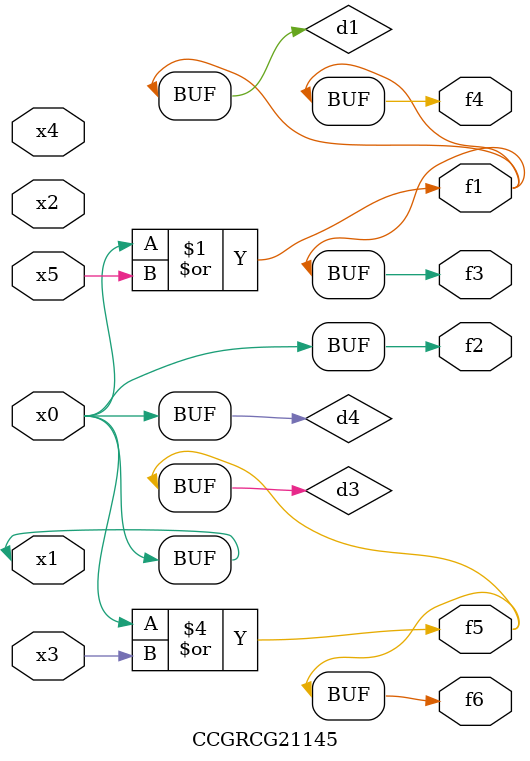
<source format=v>
module CCGRCG21145(
	input x0, x1, x2, x3, x4, x5,
	output f1, f2, f3, f4, f5, f6
);

	wire d1, d2, d3, d4;

	or (d1, x0, x5);
	xnor (d2, x1, x4);
	or (d3, x0, x3);
	buf (d4, x0, x1);
	assign f1 = d1;
	assign f2 = d4;
	assign f3 = d1;
	assign f4 = d1;
	assign f5 = d3;
	assign f6 = d3;
endmodule

</source>
